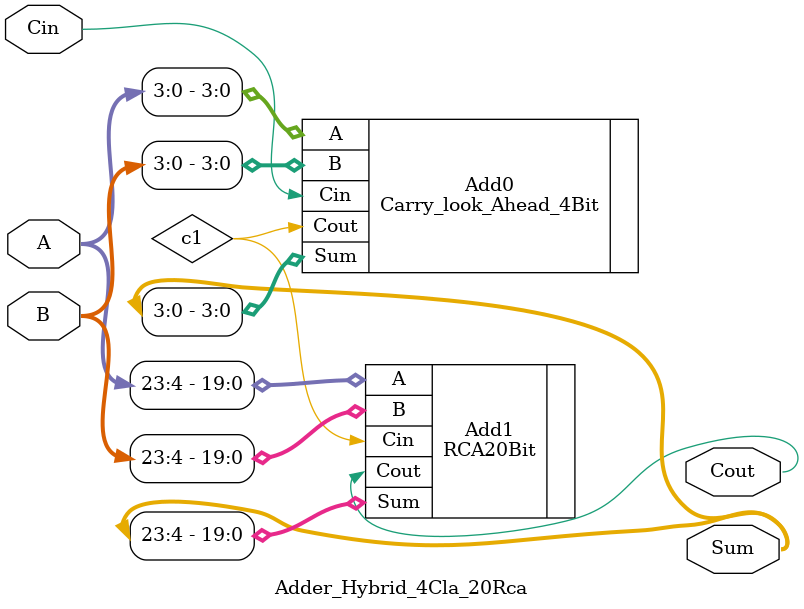
<source format=v>
`timescale 1ns / 1ps


module Adder_Hybrid_4Cla_20Rca(

    input [23:0] A,
    input [23:0] B,
    input Cin,
    output Cout,
    output [23:0] Sum
    );
    wire c1;
 Carry_look_Ahead_4Bit  Add0 (.A(A[3:0]), .B(B[3:0]), .Cin(Cin), .Cout(c1), .Sum(Sum[3:0]));
 RCA20Bit Add1 (.A(A[23:4]), .B(B[23:4]), .Cin(c1), .Cout(Cout), .Sum(Sum[23:4]));   

endmodule
</source>
